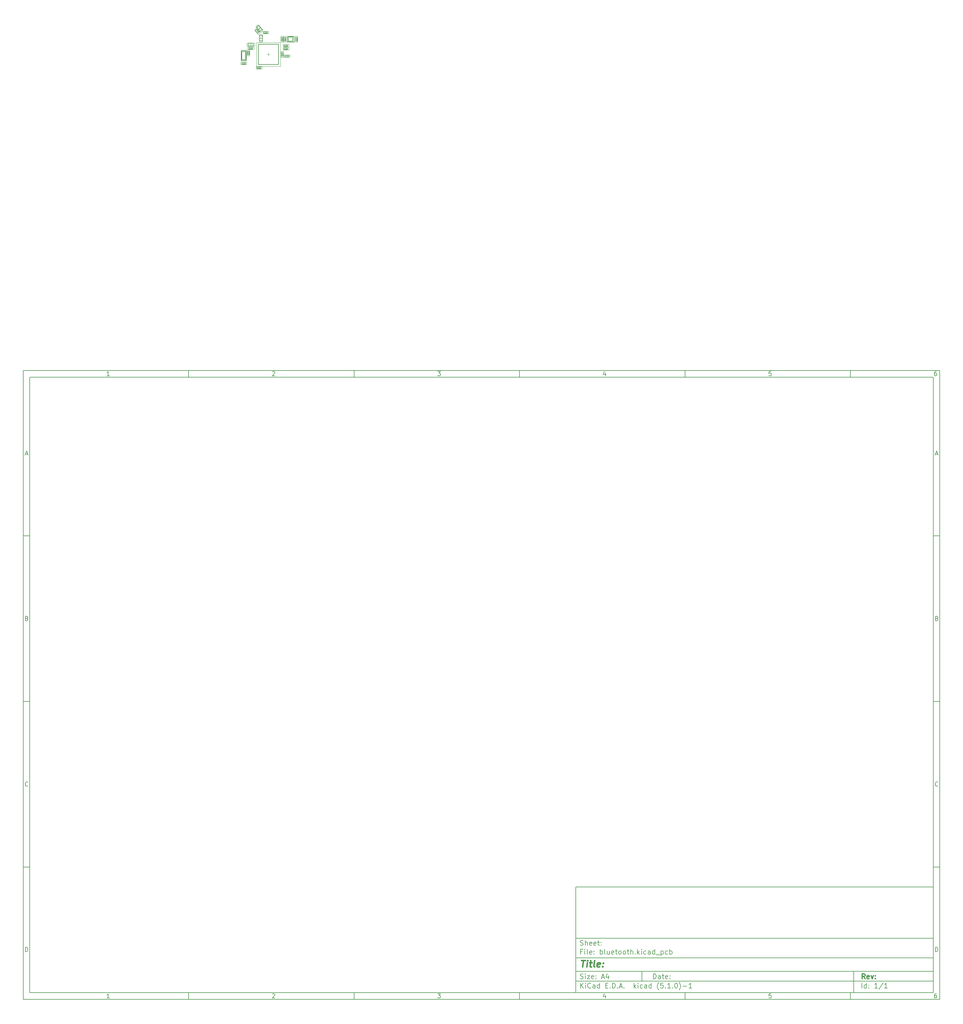
<source format=gbr>
G04 #@! TF.GenerationSoftware,KiCad,Pcbnew,(5.1.0)-1*
G04 #@! TF.CreationDate,2019-07-07T14:12:54+03:00*
G04 #@! TF.ProjectId,bluetooth,626c7565-746f-46f7-9468-2e6b69636164,rev?*
G04 #@! TF.SameCoordinates,Original*
G04 #@! TF.FileFunction,Other,User*
%FSLAX46Y46*%
G04 Gerber Fmt 4.6, Leading zero omitted, Abs format (unit mm)*
G04 Created by KiCad (PCBNEW (5.1.0)-1) date 2019-07-07 14:12:54*
%MOMM*%
%LPD*%
G04 APERTURE LIST*
%ADD10C,0.100000*%
%ADD11C,0.150000*%
%ADD12C,0.300000*%
%ADD13C,0.400000*%
%ADD14C,0.200000*%
G04 APERTURE END LIST*
D10*
D11*
X177002200Y-166007200D02*
X177002200Y-198007200D01*
X285002200Y-198007200D01*
X285002200Y-166007200D01*
X177002200Y-166007200D01*
D10*
D11*
X10000000Y-10000000D02*
X10000000Y-200007200D01*
X287002200Y-200007200D01*
X287002200Y-10000000D01*
X10000000Y-10000000D01*
D10*
D11*
X12000000Y-12000000D02*
X12000000Y-198007200D01*
X285002200Y-198007200D01*
X285002200Y-12000000D01*
X12000000Y-12000000D01*
D10*
D11*
X60000000Y-12000000D02*
X60000000Y-10000000D01*
D10*
D11*
X110000000Y-12000000D02*
X110000000Y-10000000D01*
D10*
D11*
X160000000Y-12000000D02*
X160000000Y-10000000D01*
D10*
D11*
X210000000Y-12000000D02*
X210000000Y-10000000D01*
D10*
D11*
X260000000Y-12000000D02*
X260000000Y-10000000D01*
D10*
D11*
X36065476Y-11588095D02*
X35322619Y-11588095D01*
X35694047Y-11588095D02*
X35694047Y-10288095D01*
X35570238Y-10473809D01*
X35446428Y-10597619D01*
X35322619Y-10659523D01*
D10*
D11*
X85322619Y-10411904D02*
X85384523Y-10350000D01*
X85508333Y-10288095D01*
X85817857Y-10288095D01*
X85941666Y-10350000D01*
X86003571Y-10411904D01*
X86065476Y-10535714D01*
X86065476Y-10659523D01*
X86003571Y-10845238D01*
X85260714Y-11588095D01*
X86065476Y-11588095D01*
D10*
D11*
X135260714Y-10288095D02*
X136065476Y-10288095D01*
X135632142Y-10783333D01*
X135817857Y-10783333D01*
X135941666Y-10845238D01*
X136003571Y-10907142D01*
X136065476Y-11030952D01*
X136065476Y-11340476D01*
X136003571Y-11464285D01*
X135941666Y-11526190D01*
X135817857Y-11588095D01*
X135446428Y-11588095D01*
X135322619Y-11526190D01*
X135260714Y-11464285D01*
D10*
D11*
X185941666Y-10721428D02*
X185941666Y-11588095D01*
X185632142Y-10226190D02*
X185322619Y-11154761D01*
X186127380Y-11154761D01*
D10*
D11*
X236003571Y-10288095D02*
X235384523Y-10288095D01*
X235322619Y-10907142D01*
X235384523Y-10845238D01*
X235508333Y-10783333D01*
X235817857Y-10783333D01*
X235941666Y-10845238D01*
X236003571Y-10907142D01*
X236065476Y-11030952D01*
X236065476Y-11340476D01*
X236003571Y-11464285D01*
X235941666Y-11526190D01*
X235817857Y-11588095D01*
X235508333Y-11588095D01*
X235384523Y-11526190D01*
X235322619Y-11464285D01*
D10*
D11*
X285941666Y-10288095D02*
X285694047Y-10288095D01*
X285570238Y-10350000D01*
X285508333Y-10411904D01*
X285384523Y-10597619D01*
X285322619Y-10845238D01*
X285322619Y-11340476D01*
X285384523Y-11464285D01*
X285446428Y-11526190D01*
X285570238Y-11588095D01*
X285817857Y-11588095D01*
X285941666Y-11526190D01*
X286003571Y-11464285D01*
X286065476Y-11340476D01*
X286065476Y-11030952D01*
X286003571Y-10907142D01*
X285941666Y-10845238D01*
X285817857Y-10783333D01*
X285570238Y-10783333D01*
X285446428Y-10845238D01*
X285384523Y-10907142D01*
X285322619Y-11030952D01*
D10*
D11*
X60000000Y-198007200D02*
X60000000Y-200007200D01*
D10*
D11*
X110000000Y-198007200D02*
X110000000Y-200007200D01*
D10*
D11*
X160000000Y-198007200D02*
X160000000Y-200007200D01*
D10*
D11*
X210000000Y-198007200D02*
X210000000Y-200007200D01*
D10*
D11*
X260000000Y-198007200D02*
X260000000Y-200007200D01*
D10*
D11*
X36065476Y-199595295D02*
X35322619Y-199595295D01*
X35694047Y-199595295D02*
X35694047Y-198295295D01*
X35570238Y-198481009D01*
X35446428Y-198604819D01*
X35322619Y-198666723D01*
D10*
D11*
X85322619Y-198419104D02*
X85384523Y-198357200D01*
X85508333Y-198295295D01*
X85817857Y-198295295D01*
X85941666Y-198357200D01*
X86003571Y-198419104D01*
X86065476Y-198542914D01*
X86065476Y-198666723D01*
X86003571Y-198852438D01*
X85260714Y-199595295D01*
X86065476Y-199595295D01*
D10*
D11*
X135260714Y-198295295D02*
X136065476Y-198295295D01*
X135632142Y-198790533D01*
X135817857Y-198790533D01*
X135941666Y-198852438D01*
X136003571Y-198914342D01*
X136065476Y-199038152D01*
X136065476Y-199347676D01*
X136003571Y-199471485D01*
X135941666Y-199533390D01*
X135817857Y-199595295D01*
X135446428Y-199595295D01*
X135322619Y-199533390D01*
X135260714Y-199471485D01*
D10*
D11*
X185941666Y-198728628D02*
X185941666Y-199595295D01*
X185632142Y-198233390D02*
X185322619Y-199161961D01*
X186127380Y-199161961D01*
D10*
D11*
X236003571Y-198295295D02*
X235384523Y-198295295D01*
X235322619Y-198914342D01*
X235384523Y-198852438D01*
X235508333Y-198790533D01*
X235817857Y-198790533D01*
X235941666Y-198852438D01*
X236003571Y-198914342D01*
X236065476Y-199038152D01*
X236065476Y-199347676D01*
X236003571Y-199471485D01*
X235941666Y-199533390D01*
X235817857Y-199595295D01*
X235508333Y-199595295D01*
X235384523Y-199533390D01*
X235322619Y-199471485D01*
D10*
D11*
X285941666Y-198295295D02*
X285694047Y-198295295D01*
X285570238Y-198357200D01*
X285508333Y-198419104D01*
X285384523Y-198604819D01*
X285322619Y-198852438D01*
X285322619Y-199347676D01*
X285384523Y-199471485D01*
X285446428Y-199533390D01*
X285570238Y-199595295D01*
X285817857Y-199595295D01*
X285941666Y-199533390D01*
X286003571Y-199471485D01*
X286065476Y-199347676D01*
X286065476Y-199038152D01*
X286003571Y-198914342D01*
X285941666Y-198852438D01*
X285817857Y-198790533D01*
X285570238Y-198790533D01*
X285446428Y-198852438D01*
X285384523Y-198914342D01*
X285322619Y-199038152D01*
D10*
D11*
X10000000Y-60000000D02*
X12000000Y-60000000D01*
D10*
D11*
X10000000Y-110000000D02*
X12000000Y-110000000D01*
D10*
D11*
X10000000Y-160000000D02*
X12000000Y-160000000D01*
D10*
D11*
X10690476Y-35216666D02*
X11309523Y-35216666D01*
X10566666Y-35588095D02*
X11000000Y-34288095D01*
X11433333Y-35588095D01*
D10*
D11*
X11092857Y-84907142D02*
X11278571Y-84969047D01*
X11340476Y-85030952D01*
X11402380Y-85154761D01*
X11402380Y-85340476D01*
X11340476Y-85464285D01*
X11278571Y-85526190D01*
X11154761Y-85588095D01*
X10659523Y-85588095D01*
X10659523Y-84288095D01*
X11092857Y-84288095D01*
X11216666Y-84350000D01*
X11278571Y-84411904D01*
X11340476Y-84535714D01*
X11340476Y-84659523D01*
X11278571Y-84783333D01*
X11216666Y-84845238D01*
X11092857Y-84907142D01*
X10659523Y-84907142D01*
D10*
D11*
X11402380Y-135464285D02*
X11340476Y-135526190D01*
X11154761Y-135588095D01*
X11030952Y-135588095D01*
X10845238Y-135526190D01*
X10721428Y-135402380D01*
X10659523Y-135278571D01*
X10597619Y-135030952D01*
X10597619Y-134845238D01*
X10659523Y-134597619D01*
X10721428Y-134473809D01*
X10845238Y-134350000D01*
X11030952Y-134288095D01*
X11154761Y-134288095D01*
X11340476Y-134350000D01*
X11402380Y-134411904D01*
D10*
D11*
X10659523Y-185588095D02*
X10659523Y-184288095D01*
X10969047Y-184288095D01*
X11154761Y-184350000D01*
X11278571Y-184473809D01*
X11340476Y-184597619D01*
X11402380Y-184845238D01*
X11402380Y-185030952D01*
X11340476Y-185278571D01*
X11278571Y-185402380D01*
X11154761Y-185526190D01*
X10969047Y-185588095D01*
X10659523Y-185588095D01*
D10*
D11*
X287002200Y-60000000D02*
X285002200Y-60000000D01*
D10*
D11*
X287002200Y-110000000D02*
X285002200Y-110000000D01*
D10*
D11*
X287002200Y-160000000D02*
X285002200Y-160000000D01*
D10*
D11*
X285692676Y-35216666D02*
X286311723Y-35216666D01*
X285568866Y-35588095D02*
X286002200Y-34288095D01*
X286435533Y-35588095D01*
D10*
D11*
X286095057Y-84907142D02*
X286280771Y-84969047D01*
X286342676Y-85030952D01*
X286404580Y-85154761D01*
X286404580Y-85340476D01*
X286342676Y-85464285D01*
X286280771Y-85526190D01*
X286156961Y-85588095D01*
X285661723Y-85588095D01*
X285661723Y-84288095D01*
X286095057Y-84288095D01*
X286218866Y-84350000D01*
X286280771Y-84411904D01*
X286342676Y-84535714D01*
X286342676Y-84659523D01*
X286280771Y-84783333D01*
X286218866Y-84845238D01*
X286095057Y-84907142D01*
X285661723Y-84907142D01*
D10*
D11*
X286404580Y-135464285D02*
X286342676Y-135526190D01*
X286156961Y-135588095D01*
X286033152Y-135588095D01*
X285847438Y-135526190D01*
X285723628Y-135402380D01*
X285661723Y-135278571D01*
X285599819Y-135030952D01*
X285599819Y-134845238D01*
X285661723Y-134597619D01*
X285723628Y-134473809D01*
X285847438Y-134350000D01*
X286033152Y-134288095D01*
X286156961Y-134288095D01*
X286342676Y-134350000D01*
X286404580Y-134411904D01*
D10*
D11*
X285661723Y-185588095D02*
X285661723Y-184288095D01*
X285971247Y-184288095D01*
X286156961Y-184350000D01*
X286280771Y-184473809D01*
X286342676Y-184597619D01*
X286404580Y-184845238D01*
X286404580Y-185030952D01*
X286342676Y-185278571D01*
X286280771Y-185402380D01*
X286156961Y-185526190D01*
X285971247Y-185588095D01*
X285661723Y-185588095D01*
D10*
D11*
X200434342Y-193785771D02*
X200434342Y-192285771D01*
X200791485Y-192285771D01*
X201005771Y-192357200D01*
X201148628Y-192500057D01*
X201220057Y-192642914D01*
X201291485Y-192928628D01*
X201291485Y-193142914D01*
X201220057Y-193428628D01*
X201148628Y-193571485D01*
X201005771Y-193714342D01*
X200791485Y-193785771D01*
X200434342Y-193785771D01*
X202577200Y-193785771D02*
X202577200Y-193000057D01*
X202505771Y-192857200D01*
X202362914Y-192785771D01*
X202077200Y-192785771D01*
X201934342Y-192857200D01*
X202577200Y-193714342D02*
X202434342Y-193785771D01*
X202077200Y-193785771D01*
X201934342Y-193714342D01*
X201862914Y-193571485D01*
X201862914Y-193428628D01*
X201934342Y-193285771D01*
X202077200Y-193214342D01*
X202434342Y-193214342D01*
X202577200Y-193142914D01*
X203077200Y-192785771D02*
X203648628Y-192785771D01*
X203291485Y-192285771D02*
X203291485Y-193571485D01*
X203362914Y-193714342D01*
X203505771Y-193785771D01*
X203648628Y-193785771D01*
X204720057Y-193714342D02*
X204577200Y-193785771D01*
X204291485Y-193785771D01*
X204148628Y-193714342D01*
X204077200Y-193571485D01*
X204077200Y-193000057D01*
X204148628Y-192857200D01*
X204291485Y-192785771D01*
X204577200Y-192785771D01*
X204720057Y-192857200D01*
X204791485Y-193000057D01*
X204791485Y-193142914D01*
X204077200Y-193285771D01*
X205434342Y-193642914D02*
X205505771Y-193714342D01*
X205434342Y-193785771D01*
X205362914Y-193714342D01*
X205434342Y-193642914D01*
X205434342Y-193785771D01*
X205434342Y-192857200D02*
X205505771Y-192928628D01*
X205434342Y-193000057D01*
X205362914Y-192928628D01*
X205434342Y-192857200D01*
X205434342Y-193000057D01*
D10*
D11*
X177002200Y-194507200D02*
X285002200Y-194507200D01*
D10*
D11*
X178434342Y-196585771D02*
X178434342Y-195085771D01*
X179291485Y-196585771D02*
X178648628Y-195728628D01*
X179291485Y-195085771D02*
X178434342Y-195942914D01*
X179934342Y-196585771D02*
X179934342Y-195585771D01*
X179934342Y-195085771D02*
X179862914Y-195157200D01*
X179934342Y-195228628D01*
X180005771Y-195157200D01*
X179934342Y-195085771D01*
X179934342Y-195228628D01*
X181505771Y-196442914D02*
X181434342Y-196514342D01*
X181220057Y-196585771D01*
X181077200Y-196585771D01*
X180862914Y-196514342D01*
X180720057Y-196371485D01*
X180648628Y-196228628D01*
X180577200Y-195942914D01*
X180577200Y-195728628D01*
X180648628Y-195442914D01*
X180720057Y-195300057D01*
X180862914Y-195157200D01*
X181077200Y-195085771D01*
X181220057Y-195085771D01*
X181434342Y-195157200D01*
X181505771Y-195228628D01*
X182791485Y-196585771D02*
X182791485Y-195800057D01*
X182720057Y-195657200D01*
X182577200Y-195585771D01*
X182291485Y-195585771D01*
X182148628Y-195657200D01*
X182791485Y-196514342D02*
X182648628Y-196585771D01*
X182291485Y-196585771D01*
X182148628Y-196514342D01*
X182077200Y-196371485D01*
X182077200Y-196228628D01*
X182148628Y-196085771D01*
X182291485Y-196014342D01*
X182648628Y-196014342D01*
X182791485Y-195942914D01*
X184148628Y-196585771D02*
X184148628Y-195085771D01*
X184148628Y-196514342D02*
X184005771Y-196585771D01*
X183720057Y-196585771D01*
X183577200Y-196514342D01*
X183505771Y-196442914D01*
X183434342Y-196300057D01*
X183434342Y-195871485D01*
X183505771Y-195728628D01*
X183577200Y-195657200D01*
X183720057Y-195585771D01*
X184005771Y-195585771D01*
X184148628Y-195657200D01*
X186005771Y-195800057D02*
X186505771Y-195800057D01*
X186720057Y-196585771D02*
X186005771Y-196585771D01*
X186005771Y-195085771D01*
X186720057Y-195085771D01*
X187362914Y-196442914D02*
X187434342Y-196514342D01*
X187362914Y-196585771D01*
X187291485Y-196514342D01*
X187362914Y-196442914D01*
X187362914Y-196585771D01*
X188077200Y-196585771D02*
X188077200Y-195085771D01*
X188434342Y-195085771D01*
X188648628Y-195157200D01*
X188791485Y-195300057D01*
X188862914Y-195442914D01*
X188934342Y-195728628D01*
X188934342Y-195942914D01*
X188862914Y-196228628D01*
X188791485Y-196371485D01*
X188648628Y-196514342D01*
X188434342Y-196585771D01*
X188077200Y-196585771D01*
X189577200Y-196442914D02*
X189648628Y-196514342D01*
X189577200Y-196585771D01*
X189505771Y-196514342D01*
X189577200Y-196442914D01*
X189577200Y-196585771D01*
X190220057Y-196157200D02*
X190934342Y-196157200D01*
X190077200Y-196585771D02*
X190577200Y-195085771D01*
X191077200Y-196585771D01*
X191577200Y-196442914D02*
X191648628Y-196514342D01*
X191577200Y-196585771D01*
X191505771Y-196514342D01*
X191577200Y-196442914D01*
X191577200Y-196585771D01*
X194577200Y-196585771D02*
X194577200Y-195085771D01*
X194720057Y-196014342D02*
X195148628Y-196585771D01*
X195148628Y-195585771D02*
X194577200Y-196157200D01*
X195791485Y-196585771D02*
X195791485Y-195585771D01*
X195791485Y-195085771D02*
X195720057Y-195157200D01*
X195791485Y-195228628D01*
X195862914Y-195157200D01*
X195791485Y-195085771D01*
X195791485Y-195228628D01*
X197148628Y-196514342D02*
X197005771Y-196585771D01*
X196720057Y-196585771D01*
X196577200Y-196514342D01*
X196505771Y-196442914D01*
X196434342Y-196300057D01*
X196434342Y-195871485D01*
X196505771Y-195728628D01*
X196577200Y-195657200D01*
X196720057Y-195585771D01*
X197005771Y-195585771D01*
X197148628Y-195657200D01*
X198434342Y-196585771D02*
X198434342Y-195800057D01*
X198362914Y-195657200D01*
X198220057Y-195585771D01*
X197934342Y-195585771D01*
X197791485Y-195657200D01*
X198434342Y-196514342D02*
X198291485Y-196585771D01*
X197934342Y-196585771D01*
X197791485Y-196514342D01*
X197720057Y-196371485D01*
X197720057Y-196228628D01*
X197791485Y-196085771D01*
X197934342Y-196014342D01*
X198291485Y-196014342D01*
X198434342Y-195942914D01*
X199791485Y-196585771D02*
X199791485Y-195085771D01*
X199791485Y-196514342D02*
X199648628Y-196585771D01*
X199362914Y-196585771D01*
X199220057Y-196514342D01*
X199148628Y-196442914D01*
X199077200Y-196300057D01*
X199077200Y-195871485D01*
X199148628Y-195728628D01*
X199220057Y-195657200D01*
X199362914Y-195585771D01*
X199648628Y-195585771D01*
X199791485Y-195657200D01*
X202077200Y-197157200D02*
X202005771Y-197085771D01*
X201862914Y-196871485D01*
X201791485Y-196728628D01*
X201720057Y-196514342D01*
X201648628Y-196157200D01*
X201648628Y-195871485D01*
X201720057Y-195514342D01*
X201791485Y-195300057D01*
X201862914Y-195157200D01*
X202005771Y-194942914D01*
X202077200Y-194871485D01*
X203362914Y-195085771D02*
X202648628Y-195085771D01*
X202577200Y-195800057D01*
X202648628Y-195728628D01*
X202791485Y-195657200D01*
X203148628Y-195657200D01*
X203291485Y-195728628D01*
X203362914Y-195800057D01*
X203434342Y-195942914D01*
X203434342Y-196300057D01*
X203362914Y-196442914D01*
X203291485Y-196514342D01*
X203148628Y-196585771D01*
X202791485Y-196585771D01*
X202648628Y-196514342D01*
X202577200Y-196442914D01*
X204077200Y-196442914D02*
X204148628Y-196514342D01*
X204077200Y-196585771D01*
X204005771Y-196514342D01*
X204077200Y-196442914D01*
X204077200Y-196585771D01*
X205577200Y-196585771D02*
X204720057Y-196585771D01*
X205148628Y-196585771D02*
X205148628Y-195085771D01*
X205005771Y-195300057D01*
X204862914Y-195442914D01*
X204720057Y-195514342D01*
X206220057Y-196442914D02*
X206291485Y-196514342D01*
X206220057Y-196585771D01*
X206148628Y-196514342D01*
X206220057Y-196442914D01*
X206220057Y-196585771D01*
X207220057Y-195085771D02*
X207362914Y-195085771D01*
X207505771Y-195157200D01*
X207577200Y-195228628D01*
X207648628Y-195371485D01*
X207720057Y-195657200D01*
X207720057Y-196014342D01*
X207648628Y-196300057D01*
X207577200Y-196442914D01*
X207505771Y-196514342D01*
X207362914Y-196585771D01*
X207220057Y-196585771D01*
X207077200Y-196514342D01*
X207005771Y-196442914D01*
X206934342Y-196300057D01*
X206862914Y-196014342D01*
X206862914Y-195657200D01*
X206934342Y-195371485D01*
X207005771Y-195228628D01*
X207077200Y-195157200D01*
X207220057Y-195085771D01*
X208220057Y-197157200D02*
X208291485Y-197085771D01*
X208434342Y-196871485D01*
X208505771Y-196728628D01*
X208577200Y-196514342D01*
X208648628Y-196157200D01*
X208648628Y-195871485D01*
X208577200Y-195514342D01*
X208505771Y-195300057D01*
X208434342Y-195157200D01*
X208291485Y-194942914D01*
X208220057Y-194871485D01*
X209362914Y-196014342D02*
X210505771Y-196014342D01*
X212005771Y-196585771D02*
X211148628Y-196585771D01*
X211577200Y-196585771D02*
X211577200Y-195085771D01*
X211434342Y-195300057D01*
X211291485Y-195442914D01*
X211148628Y-195514342D01*
D10*
D11*
X177002200Y-191507200D02*
X285002200Y-191507200D01*
D10*
D12*
X264411485Y-193785771D02*
X263911485Y-193071485D01*
X263554342Y-193785771D02*
X263554342Y-192285771D01*
X264125771Y-192285771D01*
X264268628Y-192357200D01*
X264340057Y-192428628D01*
X264411485Y-192571485D01*
X264411485Y-192785771D01*
X264340057Y-192928628D01*
X264268628Y-193000057D01*
X264125771Y-193071485D01*
X263554342Y-193071485D01*
X265625771Y-193714342D02*
X265482914Y-193785771D01*
X265197200Y-193785771D01*
X265054342Y-193714342D01*
X264982914Y-193571485D01*
X264982914Y-193000057D01*
X265054342Y-192857200D01*
X265197200Y-192785771D01*
X265482914Y-192785771D01*
X265625771Y-192857200D01*
X265697200Y-193000057D01*
X265697200Y-193142914D01*
X264982914Y-193285771D01*
X266197200Y-192785771D02*
X266554342Y-193785771D01*
X266911485Y-192785771D01*
X267482914Y-193642914D02*
X267554342Y-193714342D01*
X267482914Y-193785771D01*
X267411485Y-193714342D01*
X267482914Y-193642914D01*
X267482914Y-193785771D01*
X267482914Y-192857200D02*
X267554342Y-192928628D01*
X267482914Y-193000057D01*
X267411485Y-192928628D01*
X267482914Y-192857200D01*
X267482914Y-193000057D01*
D10*
D11*
X178362914Y-193714342D02*
X178577200Y-193785771D01*
X178934342Y-193785771D01*
X179077200Y-193714342D01*
X179148628Y-193642914D01*
X179220057Y-193500057D01*
X179220057Y-193357200D01*
X179148628Y-193214342D01*
X179077200Y-193142914D01*
X178934342Y-193071485D01*
X178648628Y-193000057D01*
X178505771Y-192928628D01*
X178434342Y-192857200D01*
X178362914Y-192714342D01*
X178362914Y-192571485D01*
X178434342Y-192428628D01*
X178505771Y-192357200D01*
X178648628Y-192285771D01*
X179005771Y-192285771D01*
X179220057Y-192357200D01*
X179862914Y-193785771D02*
X179862914Y-192785771D01*
X179862914Y-192285771D02*
X179791485Y-192357200D01*
X179862914Y-192428628D01*
X179934342Y-192357200D01*
X179862914Y-192285771D01*
X179862914Y-192428628D01*
X180434342Y-192785771D02*
X181220057Y-192785771D01*
X180434342Y-193785771D01*
X181220057Y-193785771D01*
X182362914Y-193714342D02*
X182220057Y-193785771D01*
X181934342Y-193785771D01*
X181791485Y-193714342D01*
X181720057Y-193571485D01*
X181720057Y-193000057D01*
X181791485Y-192857200D01*
X181934342Y-192785771D01*
X182220057Y-192785771D01*
X182362914Y-192857200D01*
X182434342Y-193000057D01*
X182434342Y-193142914D01*
X181720057Y-193285771D01*
X183077200Y-193642914D02*
X183148628Y-193714342D01*
X183077200Y-193785771D01*
X183005771Y-193714342D01*
X183077200Y-193642914D01*
X183077200Y-193785771D01*
X183077200Y-192857200D02*
X183148628Y-192928628D01*
X183077200Y-193000057D01*
X183005771Y-192928628D01*
X183077200Y-192857200D01*
X183077200Y-193000057D01*
X184862914Y-193357200D02*
X185577200Y-193357200D01*
X184720057Y-193785771D02*
X185220057Y-192285771D01*
X185720057Y-193785771D01*
X186862914Y-192785771D02*
X186862914Y-193785771D01*
X186505771Y-192214342D02*
X186148628Y-193285771D01*
X187077200Y-193285771D01*
D10*
D11*
X263434342Y-196585771D02*
X263434342Y-195085771D01*
X264791485Y-196585771D02*
X264791485Y-195085771D01*
X264791485Y-196514342D02*
X264648628Y-196585771D01*
X264362914Y-196585771D01*
X264220057Y-196514342D01*
X264148628Y-196442914D01*
X264077200Y-196300057D01*
X264077200Y-195871485D01*
X264148628Y-195728628D01*
X264220057Y-195657200D01*
X264362914Y-195585771D01*
X264648628Y-195585771D01*
X264791485Y-195657200D01*
X265505771Y-196442914D02*
X265577200Y-196514342D01*
X265505771Y-196585771D01*
X265434342Y-196514342D01*
X265505771Y-196442914D01*
X265505771Y-196585771D01*
X265505771Y-195657200D02*
X265577200Y-195728628D01*
X265505771Y-195800057D01*
X265434342Y-195728628D01*
X265505771Y-195657200D01*
X265505771Y-195800057D01*
X268148628Y-196585771D02*
X267291485Y-196585771D01*
X267720057Y-196585771D02*
X267720057Y-195085771D01*
X267577200Y-195300057D01*
X267434342Y-195442914D01*
X267291485Y-195514342D01*
X269862914Y-195014342D02*
X268577200Y-196942914D01*
X271148628Y-196585771D02*
X270291485Y-196585771D01*
X270720057Y-196585771D02*
X270720057Y-195085771D01*
X270577200Y-195300057D01*
X270434342Y-195442914D01*
X270291485Y-195514342D01*
D10*
D11*
X177002200Y-187507200D02*
X285002200Y-187507200D01*
D10*
D13*
X178714580Y-188211961D02*
X179857438Y-188211961D01*
X179036009Y-190211961D02*
X179286009Y-188211961D01*
X180274104Y-190211961D02*
X180440771Y-188878628D01*
X180524104Y-188211961D02*
X180416961Y-188307200D01*
X180500295Y-188402438D01*
X180607438Y-188307200D01*
X180524104Y-188211961D01*
X180500295Y-188402438D01*
X181107438Y-188878628D02*
X181869342Y-188878628D01*
X181476485Y-188211961D02*
X181262200Y-189926247D01*
X181333628Y-190116723D01*
X181512200Y-190211961D01*
X181702676Y-190211961D01*
X182655057Y-190211961D02*
X182476485Y-190116723D01*
X182405057Y-189926247D01*
X182619342Y-188211961D01*
X184190771Y-190116723D02*
X183988390Y-190211961D01*
X183607438Y-190211961D01*
X183428866Y-190116723D01*
X183357438Y-189926247D01*
X183452676Y-189164342D01*
X183571723Y-188973866D01*
X183774104Y-188878628D01*
X184155057Y-188878628D01*
X184333628Y-188973866D01*
X184405057Y-189164342D01*
X184381247Y-189354819D01*
X183405057Y-189545295D01*
X185155057Y-190021485D02*
X185238390Y-190116723D01*
X185131247Y-190211961D01*
X185047914Y-190116723D01*
X185155057Y-190021485D01*
X185131247Y-190211961D01*
X185286009Y-188973866D02*
X185369342Y-189069104D01*
X185262200Y-189164342D01*
X185178866Y-189069104D01*
X185286009Y-188973866D01*
X185262200Y-189164342D01*
D10*
D11*
X178934342Y-185600057D02*
X178434342Y-185600057D01*
X178434342Y-186385771D02*
X178434342Y-184885771D01*
X179148628Y-184885771D01*
X179720057Y-186385771D02*
X179720057Y-185385771D01*
X179720057Y-184885771D02*
X179648628Y-184957200D01*
X179720057Y-185028628D01*
X179791485Y-184957200D01*
X179720057Y-184885771D01*
X179720057Y-185028628D01*
X180648628Y-186385771D02*
X180505771Y-186314342D01*
X180434342Y-186171485D01*
X180434342Y-184885771D01*
X181791485Y-186314342D02*
X181648628Y-186385771D01*
X181362914Y-186385771D01*
X181220057Y-186314342D01*
X181148628Y-186171485D01*
X181148628Y-185600057D01*
X181220057Y-185457200D01*
X181362914Y-185385771D01*
X181648628Y-185385771D01*
X181791485Y-185457200D01*
X181862914Y-185600057D01*
X181862914Y-185742914D01*
X181148628Y-185885771D01*
X182505771Y-186242914D02*
X182577200Y-186314342D01*
X182505771Y-186385771D01*
X182434342Y-186314342D01*
X182505771Y-186242914D01*
X182505771Y-186385771D01*
X182505771Y-185457200D02*
X182577200Y-185528628D01*
X182505771Y-185600057D01*
X182434342Y-185528628D01*
X182505771Y-185457200D01*
X182505771Y-185600057D01*
X184362914Y-186385771D02*
X184362914Y-184885771D01*
X184362914Y-185457200D02*
X184505771Y-185385771D01*
X184791485Y-185385771D01*
X184934342Y-185457200D01*
X185005771Y-185528628D01*
X185077200Y-185671485D01*
X185077200Y-186100057D01*
X185005771Y-186242914D01*
X184934342Y-186314342D01*
X184791485Y-186385771D01*
X184505771Y-186385771D01*
X184362914Y-186314342D01*
X185934342Y-186385771D02*
X185791485Y-186314342D01*
X185720057Y-186171485D01*
X185720057Y-184885771D01*
X187148628Y-185385771D02*
X187148628Y-186385771D01*
X186505771Y-185385771D02*
X186505771Y-186171485D01*
X186577200Y-186314342D01*
X186720057Y-186385771D01*
X186934342Y-186385771D01*
X187077200Y-186314342D01*
X187148628Y-186242914D01*
X188434342Y-186314342D02*
X188291485Y-186385771D01*
X188005771Y-186385771D01*
X187862914Y-186314342D01*
X187791485Y-186171485D01*
X187791485Y-185600057D01*
X187862914Y-185457200D01*
X188005771Y-185385771D01*
X188291485Y-185385771D01*
X188434342Y-185457200D01*
X188505771Y-185600057D01*
X188505771Y-185742914D01*
X187791485Y-185885771D01*
X188934342Y-185385771D02*
X189505771Y-185385771D01*
X189148628Y-184885771D02*
X189148628Y-186171485D01*
X189220057Y-186314342D01*
X189362914Y-186385771D01*
X189505771Y-186385771D01*
X190220057Y-186385771D02*
X190077200Y-186314342D01*
X190005771Y-186242914D01*
X189934342Y-186100057D01*
X189934342Y-185671485D01*
X190005771Y-185528628D01*
X190077200Y-185457200D01*
X190220057Y-185385771D01*
X190434342Y-185385771D01*
X190577200Y-185457200D01*
X190648628Y-185528628D01*
X190720057Y-185671485D01*
X190720057Y-186100057D01*
X190648628Y-186242914D01*
X190577200Y-186314342D01*
X190434342Y-186385771D01*
X190220057Y-186385771D01*
X191577200Y-186385771D02*
X191434342Y-186314342D01*
X191362914Y-186242914D01*
X191291485Y-186100057D01*
X191291485Y-185671485D01*
X191362914Y-185528628D01*
X191434342Y-185457200D01*
X191577200Y-185385771D01*
X191791485Y-185385771D01*
X191934342Y-185457200D01*
X192005771Y-185528628D01*
X192077200Y-185671485D01*
X192077200Y-186100057D01*
X192005771Y-186242914D01*
X191934342Y-186314342D01*
X191791485Y-186385771D01*
X191577200Y-186385771D01*
X192505771Y-185385771D02*
X193077200Y-185385771D01*
X192720057Y-184885771D02*
X192720057Y-186171485D01*
X192791485Y-186314342D01*
X192934342Y-186385771D01*
X193077200Y-186385771D01*
X193577200Y-186385771D02*
X193577200Y-184885771D01*
X194220057Y-186385771D02*
X194220057Y-185600057D01*
X194148628Y-185457200D01*
X194005771Y-185385771D01*
X193791485Y-185385771D01*
X193648628Y-185457200D01*
X193577200Y-185528628D01*
X194934342Y-186242914D02*
X195005771Y-186314342D01*
X194934342Y-186385771D01*
X194862914Y-186314342D01*
X194934342Y-186242914D01*
X194934342Y-186385771D01*
X195648628Y-186385771D02*
X195648628Y-184885771D01*
X195791485Y-185814342D02*
X196220057Y-186385771D01*
X196220057Y-185385771D02*
X195648628Y-185957200D01*
X196862914Y-186385771D02*
X196862914Y-185385771D01*
X196862914Y-184885771D02*
X196791485Y-184957200D01*
X196862914Y-185028628D01*
X196934342Y-184957200D01*
X196862914Y-184885771D01*
X196862914Y-185028628D01*
X198220057Y-186314342D02*
X198077200Y-186385771D01*
X197791485Y-186385771D01*
X197648628Y-186314342D01*
X197577200Y-186242914D01*
X197505771Y-186100057D01*
X197505771Y-185671485D01*
X197577200Y-185528628D01*
X197648628Y-185457200D01*
X197791485Y-185385771D01*
X198077200Y-185385771D01*
X198220057Y-185457200D01*
X199505771Y-186385771D02*
X199505771Y-185600057D01*
X199434342Y-185457200D01*
X199291485Y-185385771D01*
X199005771Y-185385771D01*
X198862914Y-185457200D01*
X199505771Y-186314342D02*
X199362914Y-186385771D01*
X199005771Y-186385771D01*
X198862914Y-186314342D01*
X198791485Y-186171485D01*
X198791485Y-186028628D01*
X198862914Y-185885771D01*
X199005771Y-185814342D01*
X199362914Y-185814342D01*
X199505771Y-185742914D01*
X200862914Y-186385771D02*
X200862914Y-184885771D01*
X200862914Y-186314342D02*
X200720057Y-186385771D01*
X200434342Y-186385771D01*
X200291485Y-186314342D01*
X200220057Y-186242914D01*
X200148628Y-186100057D01*
X200148628Y-185671485D01*
X200220057Y-185528628D01*
X200291485Y-185457200D01*
X200434342Y-185385771D01*
X200720057Y-185385771D01*
X200862914Y-185457200D01*
X201220057Y-186528628D02*
X202362914Y-186528628D01*
X202720057Y-185385771D02*
X202720057Y-186885771D01*
X202720057Y-185457200D02*
X202862914Y-185385771D01*
X203148628Y-185385771D01*
X203291485Y-185457200D01*
X203362914Y-185528628D01*
X203434342Y-185671485D01*
X203434342Y-186100057D01*
X203362914Y-186242914D01*
X203291485Y-186314342D01*
X203148628Y-186385771D01*
X202862914Y-186385771D01*
X202720057Y-186314342D01*
X204720057Y-186314342D02*
X204577200Y-186385771D01*
X204291485Y-186385771D01*
X204148628Y-186314342D01*
X204077200Y-186242914D01*
X204005771Y-186100057D01*
X204005771Y-185671485D01*
X204077200Y-185528628D01*
X204148628Y-185457200D01*
X204291485Y-185385771D01*
X204577200Y-185385771D01*
X204720057Y-185457200D01*
X205362914Y-186385771D02*
X205362914Y-184885771D01*
X205362914Y-185457200D02*
X205505771Y-185385771D01*
X205791485Y-185385771D01*
X205934342Y-185457200D01*
X206005771Y-185528628D01*
X206077200Y-185671485D01*
X206077200Y-186100057D01*
X206005771Y-186242914D01*
X205934342Y-186314342D01*
X205791485Y-186385771D01*
X205505771Y-186385771D01*
X205362914Y-186314342D01*
D10*
D11*
X177002200Y-181507200D02*
X285002200Y-181507200D01*
D10*
D11*
X178362914Y-183614342D02*
X178577200Y-183685771D01*
X178934342Y-183685771D01*
X179077200Y-183614342D01*
X179148628Y-183542914D01*
X179220057Y-183400057D01*
X179220057Y-183257200D01*
X179148628Y-183114342D01*
X179077200Y-183042914D01*
X178934342Y-182971485D01*
X178648628Y-182900057D01*
X178505771Y-182828628D01*
X178434342Y-182757200D01*
X178362914Y-182614342D01*
X178362914Y-182471485D01*
X178434342Y-182328628D01*
X178505771Y-182257200D01*
X178648628Y-182185771D01*
X179005771Y-182185771D01*
X179220057Y-182257200D01*
X179862914Y-183685771D02*
X179862914Y-182185771D01*
X180505771Y-183685771D02*
X180505771Y-182900057D01*
X180434342Y-182757200D01*
X180291485Y-182685771D01*
X180077200Y-182685771D01*
X179934342Y-182757200D01*
X179862914Y-182828628D01*
X181791485Y-183614342D02*
X181648628Y-183685771D01*
X181362914Y-183685771D01*
X181220057Y-183614342D01*
X181148628Y-183471485D01*
X181148628Y-182900057D01*
X181220057Y-182757200D01*
X181362914Y-182685771D01*
X181648628Y-182685771D01*
X181791485Y-182757200D01*
X181862914Y-182900057D01*
X181862914Y-183042914D01*
X181148628Y-183185771D01*
X183077200Y-183614342D02*
X182934342Y-183685771D01*
X182648628Y-183685771D01*
X182505771Y-183614342D01*
X182434342Y-183471485D01*
X182434342Y-182900057D01*
X182505771Y-182757200D01*
X182648628Y-182685771D01*
X182934342Y-182685771D01*
X183077200Y-182757200D01*
X183148628Y-182900057D01*
X183148628Y-183042914D01*
X182434342Y-183185771D01*
X183577200Y-182685771D02*
X184148628Y-182685771D01*
X183791485Y-182185771D02*
X183791485Y-183471485D01*
X183862914Y-183614342D01*
X184005771Y-183685771D01*
X184148628Y-183685771D01*
X184648628Y-183542914D02*
X184720057Y-183614342D01*
X184648628Y-183685771D01*
X184577200Y-183614342D01*
X184648628Y-183542914D01*
X184648628Y-183685771D01*
X184648628Y-182757200D02*
X184720057Y-182828628D01*
X184648628Y-182900057D01*
X184577200Y-182828628D01*
X184648628Y-182757200D01*
X184648628Y-182900057D01*
D10*
D11*
X197002200Y-191507200D02*
X197002200Y-194507200D01*
D10*
D11*
X261002200Y-191507200D02*
X261002200Y-198007200D01*
D14*
X77146170Y83053050D02*
X76130170Y83053050D01*
X76130170Y83053050D02*
X76130170Y82545050D01*
X76130170Y82545050D02*
X77146170Y82545050D01*
X77146170Y82545050D02*
X77146170Y83053050D01*
X92335530Y90597030D02*
X92335530Y89581030D01*
X92335530Y89581030D02*
X92843530Y89581030D01*
X92843530Y89581030D02*
X92843530Y90597030D01*
X92843530Y90597030D02*
X92335530Y90597030D01*
X89287210Y89581360D02*
X89287210Y90597360D01*
X89287210Y90597360D02*
X88779210Y90597360D01*
X88779210Y90597360D02*
X88779210Y89581360D01*
X88779210Y89581360D02*
X89287210Y89581360D01*
X88043100Y85999450D02*
X88043100Y84983450D01*
X88043100Y84983450D02*
X88551100Y84983450D01*
X88551100Y84983450D02*
X88551100Y85999450D01*
X88551100Y85999450D02*
X88043100Y85999450D01*
X79279770Y87625050D02*
X78263770Y87625050D01*
X78263770Y87625050D02*
X78263770Y87117050D01*
X78263770Y87117050D02*
X79279770Y87117050D01*
X79279770Y87117050D02*
X79279770Y87625050D01*
X81768970Y81656050D02*
X80752970Y81656050D01*
X80752970Y81656050D02*
X80752970Y81148050D01*
X80752970Y81148050D02*
X81768970Y81148050D01*
X81768970Y81148050D02*
X81768970Y81656050D01*
X89896970Y87472650D02*
X88880970Y87472650D01*
X88880970Y87472650D02*
X88880970Y86964650D01*
X88880970Y86964650D02*
X89896970Y86964650D01*
X89896970Y86964650D02*
X89896970Y87472650D01*
X88881300Y87853980D02*
X89897300Y87853980D01*
X89897300Y87853980D02*
X89897300Y88361980D01*
X89897300Y88361980D02*
X88881300Y88361980D01*
X88881300Y88361980D02*
X88881300Y87853980D01*
X88398210Y89581360D02*
X88398210Y90597360D01*
X88398210Y90597360D02*
X87890210Y90597360D01*
X87890210Y90597360D02*
X87890210Y89581360D01*
X87890210Y89581360D02*
X88398210Y89581360D01*
X80519760Y93656330D02*
X81548270Y92430600D01*
X81548270Y92430600D02*
X82207090Y92983410D01*
X82207090Y92983410D02*
X81178580Y94209150D01*
X81178580Y94209150D02*
X80519760Y93656330D01*
X77806900Y86456650D02*
X77806900Y85440650D01*
X77806900Y85440650D02*
X78314900Y85440650D01*
X78314900Y85440650D02*
X78314900Y86456650D01*
X78314900Y86456650D02*
X77806900Y86456650D01*
X89219460Y84683780D02*
X90219530Y84683780D01*
X90219530Y84683780D02*
X90219530Y85283780D01*
X90219530Y85283780D02*
X89219460Y85283780D01*
X89219460Y85283780D02*
X89219460Y84683780D01*
X81370340Y91173580D02*
X81370340Y89573510D01*
X81370340Y89573510D02*
X82320340Y89573510D01*
X82320340Y89573510D02*
X82320340Y91173580D01*
X82320340Y91173580D02*
X81370340Y91173580D01*
X80126650Y92646490D02*
X80769480Y91880390D01*
X80769480Y91880390D02*
X81229120Y92266070D01*
X81229120Y92266070D02*
X80586280Y93032170D01*
X80586280Y93032170D02*
X80126650Y92646490D01*
X81085940Y88511620D02*
X81085940Y82471620D01*
X81085940Y82471620D02*
X87125930Y82471620D01*
X87125930Y82471620D02*
X87125930Y88511620D01*
X87125930Y88511620D02*
X81085940Y88511620D01*
X91511370Y89439200D02*
X91511370Y90739200D01*
X91511370Y90739200D02*
X90111370Y90739200D01*
X90111370Y90739200D02*
X90111370Y89439200D01*
X90111370Y89439200D02*
X91511370Y89439200D01*
X91861180Y90939060D02*
X89761230Y90939060D01*
X89761230Y90939060D02*
X89761230Y89239010D01*
X89761230Y89239010D02*
X91861180Y89239010D01*
X91861180Y89239010D02*
X91861180Y90939060D01*
X77238330Y86310620D02*
X76038330Y86310620D01*
X76038330Y86310620D02*
X76038330Y83910620D01*
X76038330Y83910620D02*
X77238330Y83910620D01*
X77238330Y83910620D02*
X77238330Y86310620D01*
X75888580Y86710450D02*
X75888580Y83510460D01*
X75888580Y83510460D02*
X77388520Y83510460D01*
X77388520Y83510460D02*
X77388520Y86710450D01*
X77388520Y86710450D02*
X75888580Y86710450D01*
X82785300Y91816380D02*
X83801300Y91816380D01*
X83801300Y91816380D02*
X83801300Y92324380D01*
X83801300Y92324380D02*
X82785300Y92324380D01*
X82785300Y92324380D02*
X82785300Y91816380D01*
X79571970Y88842670D02*
X77971900Y88842670D01*
X77971900Y88842670D02*
X77971900Y87982650D01*
X77971900Y87982650D02*
X79571970Y87982650D01*
X79571970Y87982650D02*
X79571970Y88842670D01*
D10*
X77388337Y86510620D02*
G75*
G02X77188340Y86710620I3J200000D01*
G01*
X76088340Y86710617D02*
G75*
G02X75888340Y86510620I-200000J3D01*
G01*
X75888333Y83710620D02*
G75*
G02X76088330Y83510620I-3J-200000D01*
G01*
X77188330Y83510620D02*
G75*
G02X77388330Y83710620I200000J0D01*
G01*
X75738330Y83149220D02*
X77538330Y83149220D01*
X75738330Y82449220D02*
X77538330Y82449220D01*
X75738330Y82449220D02*
X75738330Y83149220D01*
X77538330Y82449220D02*
X77538330Y83149220D01*
X76363330Y82799220D02*
X76913330Y82799220D01*
X76638340Y82524220D02*
X76638340Y83074220D01*
X92239370Y89189200D02*
X92239370Y90989200D01*
X92939370Y89189200D02*
X92939370Y90989200D01*
X92239370Y89189200D02*
X92939370Y89189200D01*
X92239370Y90989200D02*
X92939370Y90989200D01*
X92589370Y89814200D02*
X92589370Y90364200D01*
X92314370Y90089200D02*
X92864370Y90089200D01*
X89383370Y89189200D02*
X89383370Y90989200D01*
X88683370Y89189200D02*
X88683370Y90989200D01*
X88683370Y90989200D02*
X89383370Y90989200D01*
X88683370Y89189200D02*
X89383370Y89189200D01*
X89033370Y89814200D02*
X89033370Y90364200D01*
X88758370Y90089200D02*
X89308370Y90089200D01*
X87946940Y84591620D02*
X87946940Y86391620D01*
X88646930Y84591620D02*
X88646930Y86391620D01*
X87946940Y84591620D02*
X88646930Y84591620D01*
X87946940Y86391620D02*
X88646930Y86391620D01*
X88296940Y85216620D02*
X88296940Y85766620D01*
X88021930Y85491620D02*
X88571940Y85491620D01*
X77871930Y87721220D02*
X79671930Y87721220D01*
X77871930Y87021220D02*
X79671930Y87021220D01*
X77871930Y87021220D02*
X77871930Y87721220D01*
X79671930Y87021220D02*
X79671930Y87721220D01*
X78496930Y87371220D02*
X79046930Y87371220D01*
X78771940Y87096220D02*
X78771940Y87646220D01*
X80361130Y81752220D02*
X82161130Y81752220D01*
X80361130Y81052220D02*
X82161130Y81052220D01*
X80361130Y81052220D02*
X80361130Y81752220D01*
X82161130Y81052220D02*
X82161130Y81752220D01*
X80986130Y81402220D02*
X81536130Y81402220D01*
X81261140Y81127220D02*
X81261140Y81677220D01*
X88489130Y87568820D02*
X90289130Y87568820D01*
X88489130Y86868820D02*
X90289130Y86868820D01*
X88489130Y86868820D02*
X88489130Y87568820D01*
X90289130Y86868820D02*
X90289130Y87568820D01*
X89114130Y87218820D02*
X89664130Y87218820D01*
X89389140Y86943820D02*
X89389140Y87493820D01*
X88489140Y87757820D02*
X90289140Y87757820D01*
X88489140Y88457820D02*
X90289140Y88457820D01*
X90289140Y87757820D02*
X90289140Y88457820D01*
X88489140Y87757820D02*
X88489140Y88457820D01*
X89114140Y88107820D02*
X89664140Y88107820D01*
X89389140Y87832820D02*
X89389140Y88382820D01*
X88494370Y89189200D02*
X88494370Y90989200D01*
X87794370Y89189200D02*
X87794370Y90989200D01*
X87794370Y90989200D02*
X88494370Y90989200D01*
X87794370Y89189200D02*
X88494370Y89189200D01*
X88144370Y89814200D02*
X88144370Y90364200D01*
X87869370Y90089200D02*
X88419370Y90089200D01*
X80225160Y93898610D02*
X80991200Y94541390D01*
X81735710Y92098400D02*
X82501750Y92741190D01*
X80991200Y94541390D02*
X82501750Y92741190D01*
X80225160Y93898610D02*
X81735710Y92098400D01*
X81018730Y93030640D02*
X81708170Y93609150D01*
X81074200Y93664620D02*
X81652710Y92975180D01*
X77710740Y85048820D02*
X77710740Y86848820D01*
X78410730Y85048820D02*
X78410730Y86848820D01*
X77710740Y85048820D02*
X78410730Y85048820D01*
X77710740Y86848820D02*
X78410730Y86848820D01*
X78060740Y85673820D02*
X78060740Y86223820D01*
X77785730Y85948820D02*
X78335740Y85948820D01*
X89719340Y84708620D02*
X89719340Y85258620D01*
X89444330Y84983620D02*
X89994340Y84983620D01*
X88819330Y84633620D02*
X90619340Y84633620D01*
X88819330Y85333620D02*
X90619340Y85333620D01*
X90619340Y84633620D02*
X90619340Y85333620D01*
X88819330Y84633620D02*
X88819330Y85333620D01*
X81345330Y89198580D02*
X81345330Y91548580D01*
X82345330Y89198580D02*
X82345330Y91548580D01*
X81345330Y89198580D02*
X82345330Y89198580D01*
X81345330Y91548580D02*
X82345330Y91548580D01*
X81845340Y89923580D02*
X81845340Y90823580D01*
X81395330Y90373580D02*
X82295330Y90373580D01*
X80466990Y92279530D02*
X80888320Y92633070D01*
X80500890Y92666960D02*
X80854420Y92245640D01*
X79831030Y92920770D02*
X80988050Y91541880D01*
X80367260Y93370710D02*
X81524280Y91991840D01*
X80988050Y91541880D02*
X81524280Y91991840D01*
X79831030Y92920770D02*
X80367260Y93370710D01*
X80505930Y81891620D02*
X80505930Y89091620D01*
X87705940Y81891620D02*
X87705940Y89091620D01*
X80505930Y89091620D02*
X87705940Y89091620D01*
X80505930Y81891620D02*
X87705940Y81891620D01*
X83605940Y85491620D02*
X84605930Y85491620D01*
X84105940Y84991620D02*
X84105940Y85991620D01*
X77388340Y83710620D02*
X77388340Y86510620D01*
X76088330Y86710620D02*
X77188340Y86710620D01*
X75888330Y83710620D02*
X75888330Y86510620D01*
X76088330Y83510620D02*
X77188340Y83510620D01*
X82393140Y91720220D02*
X84193140Y91720220D01*
X82393140Y92420220D02*
X84193140Y92420220D01*
X84193140Y91720220D02*
X84193140Y92420220D01*
X82393140Y91720220D02*
X82393140Y92420220D01*
X83018140Y92070220D02*
X83568140Y92070220D01*
X83293140Y91795220D02*
X83293140Y92345220D01*
X79946930Y87912620D02*
X79946930Y88912620D01*
X77596940Y87912620D02*
X77596940Y88912620D01*
X77596940Y87912620D02*
X79946930Y87912620D01*
X77596940Y88912620D02*
X79946930Y88912620D01*
X78771940Y87962620D02*
X78771940Y88862620D01*
X78321940Y88412620D02*
X79221930Y88412620D01*
M02*

</source>
